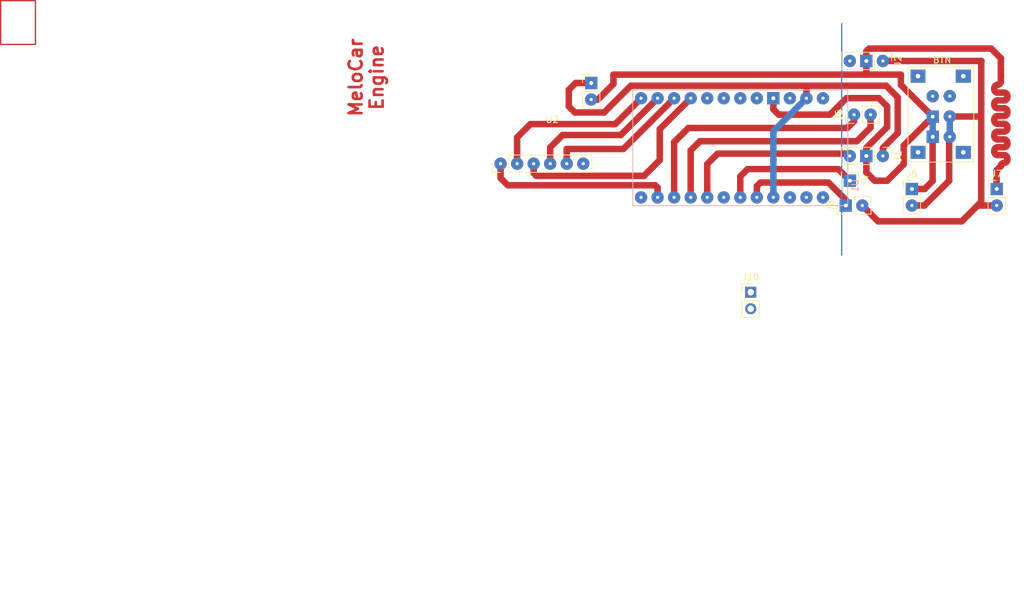
<source format=kicad_pcb>
(kicad_pcb (version 20211014) (generator pcbnew)
  (layers (0 "F.Cu" signal) (31 "B.Cu" signal) (34 "B.Paste" user) (35 "F.Paste" user) (36 "B.SilkS" user "B.Silkscreen") (37 "F.SilkS" user "F.Silkscreen") (38 "B.Mask" user) (39 "F.Mask" user) (44 "Edge.Cuts" user))
  (net 0 "")
  (net 1 "GND")
  (net 2 "+5V")
  (net 13 "Net-(J6-Pad1)")
  (net 14 "Net-(J4-Pad1)")
  (net 15 "+12V")
  (net 16 "Net-(J8-Pad1)")
  (net 17 "Net-(J1-Pad3)")
  (net 18 "Net-(J2-Pad3)")
  (net 19 "Net-(J6-Pad2)")
  (net 21 "Net-(U1-PadJP6_9)")
  (net 22 "Net-(U1-PadJP6_10)")
  (net 23 "Net-(U1-PadJP6_11)")
  (net 24 "Net-(U1-PadJP6_12)")
  (net 25 "Net-(U1-PadJP7_2)")
  (footprint "Connector_PinHeader_2.54mm:PinHeader_1x01_P2.54mm_Vertical" (layer "F.Cu") (at 144.145 43.18 -90)
    (fp_text reference "J4" (at 0 -2.33 90) (layer "F.SilkS"))
    (fp_text value "Accel")
    (fp_line (start -1.33 1.33) (end 1.33 1.33) (layer "F.SilkS") (width 0.12))
    (fp_line (start -1.33 -1.33) (end 0 -1.33) (layer "F.SilkS") (width 0.12))
    (fp_line (start -1.33 1.27) (end 1.33 1.27) (layer "F.SilkS") (width 0.12))
    (fp_line (start -1.33 1.27) (end -1.33 1.33) (layer "F.SilkS") (width 0.12))
    (fp_line (start -1.33 0) (end -1.33 -1.33) (layer "F.SilkS") (width 0.12))
    (fp_line (start 1.33 1.27) (end 1.33 1.33) (layer "F.SilkS") (width 0.12))
    (pad "1" thru_hole rect (at 0 0 270) (size 1.9 1.9) (drill 0.6) (layers *.Cu *.Mask) (net 14 "Net-(J4-Pad1)"))
  )
  (footprint "Connector_PinHeader_2.54mm:PinHeader_1x03_P2.54mm_Vertical" (layer "F.Cu") (at 149.21 39.37 -90)
    (fp_text reference "J1" (at 0 -2.33 90) (layer "F.SilkS"))
    (fp_text value "Led")
    (fp_line (start -1.33 1.27) (end 1.33 1.27) (layer "F.SilkS") (width 0.12))
    (fp_line (start 1.33 1.27) (end 1.33 6.41) (layer "F.SilkS") (width 0.12))
    (fp_line (start -1.33 -1.33) (end 0 -1.33) (layer "F.SilkS") (width 0.12))
    (fp_line (start -1.33 0) (end -1.33 -1.33) (layer "F.SilkS") (width 0.12))
    (fp_line (start -1.33 1.27) (end -1.33 6.41) (layer "F.SilkS") (width 0.12))
    (fp_line (start -1.33 6.41) (end 1.33 6.41) (layer "F.SilkS") (width 0.12))
    (pad "1" thru_hole oval (at 0 0 270) (size 1.9 1.9) (drill 0.5) (layers *.Cu *.Mask) (net 1 "GND"))
    (pad "2" thru_hole rect (at 0 2.54 270) (size 1.9 1.9) (drill 0.6) (layers *.Cu *.Mask) (net 2 "+5V"))
    (pad "3" thru_hole oval (at 0 5.08 270) (size 1.9 1.9) (drill 0.5) (layers *.Cu *.Mask) (net 17 "Net-(J1-Pad3)"))
  )
  (footprint "Connector_PinHeader_2.54mm:PinHeader_1x02_P2.54mm_Vertical" (layer "F.Cu") (at 144.78 33.02 90)
    (fp_text reference "J6" (at 0 -2.33 90) (layer "F.SilkS"))
    (fp_text value "MOTOR-CTRL")
    (fp_line (start 1.33 1.27) (end 1.33 3.87) (layer "F.SilkS") (width 0.12))
    (fp_line (start -1.33 1.27) (end -1.33 3.87) (layer "F.SilkS") (width 0.12))
    (fp_line (start -1.33 0) (end -1.33 -1.33) (layer "F.SilkS") (width 0.12))
    (fp_line (start -1.33 3.87) (end 1.33 3.87) (layer "F.SilkS") (width 0.12))
    (fp_line (start -1.33 -1.33) (end 0 -1.33) (layer "F.SilkS") (width 0.12))
    (fp_line (start -1.33 1.27) (end 1.33 1.27) (layer "F.SilkS") (width 0.12))
    (pad "1" thru_hole oval (at 0 0 90) (size 1.9 1.9) (drill 0.5) (layers *.Cu *.Mask) (net 13 "Net-(J6-Pad1)"))
    (pad "2" thru_hole oval (at 0 2.54 90) (size 1.9 1.9) (drill 0.5) (layers *.Cu *.Mask) (net 19 "Net-(J6-Pad2)"))
  )
  (footprint "Connector_PinHeader_2.54mm:PinHeader_1x02_P2.54mm_Vertical" (layer "F.Cu") (at 128.905 60.32)
    (fp_text reference "J10" (at 0 -2.33) (layer "F.SilkS"))
    (fp_text value "Motor-PWR-IN")
    (fp_line (start -1.33 3.87) (end 1.33 3.87) (layer "F.SilkS") (width 0.12))
    (fp_line (start -1.33 0) (end -1.33 -1.33) (layer "F.SilkS") (width 0.12))
    (fp_line (start -1.33 -1.33) (end 0 -1.33) (layer "F.SilkS") (width 0.12))
    (fp_line (start 1.33 1.27) (end 1.33 3.87) (layer "F.SilkS") (width 0.12))
    (fp_line (start -1.33 1.27) (end -1.33 3.87) (layer "F.SilkS") (width 0.12))
    (fp_line (start -1.33 1.27) (end 1.33 1.27) (layer "F.SilkS") (width 0.12))
    (pad "1" thru_hole rect (at 0 0) (size 1.7 1.7) (drill 1) (layers *.Cu *.Mask) (net 15 "+12V"))
    (pad "2" thru_hole oval (at 0 2.54) (size 1.7 1.7) (drill 1) (layers *.Cu *.Mask) (net 1 "GND"))
  )
  (footprint "Connector_PinHeader_2.54mm:PinHeader_1x02_P2.54mm_Vertical" (layer "F.Cu") (at 153.67 44.445)
    (fp_text reference "J5" (at 0 -2.33) (layer "F.SilkS"))
    (fp_text value "Micro-Power-IN")
    (fp_line (start 1.33 1.27) (end 1.33 3.87) (layer "F.SilkS") (width 0.12))
    (fp_line (start -1.33 3.87) (end 1.33 3.87) (layer "F.SilkS") (width 0.12))
    (fp_line (start -1.33 1.27) (end 1.33 1.27) (layer "F.SilkS") (width 0.12))
    (fp_line (start -1.33 -1.33) (end 0 -1.33) (layer "F.SilkS") (width 0.12))
    (fp_line (start -1.33 0) (end -1.33 -1.33) (layer "F.SilkS") (width 0.12))
    (fp_line (start -1.33 1.27) (end -1.33 3.87) (layer "F.SilkS") (width 0.12))
    (pad "1" thru_hole rect (at 0 0) (size 1.9 1.9) (drill 0.6) (layers *.Cu *.Mask) (net 2 "+5V"))
    (pad "2" thru_hole oval (at 0 2.54) (size 1.9 1.9) (drill 0.5) (layers *.Cu *.Mask) (net 1 "GND"))
  )
  (footprint "Connector_PinHeader_2.54mm:PinHeader_1x02_P2.54mm_Vertical" (layer "F.Cu") (at 143.51 46.99 90)
    (fp_text reference "J8" (at 0 -2.33 90) (layer "F.SilkS"))
    (fp_text value "Horn")
    (fp_line (start -1.33 -1.33) (end 0 -1.33) (layer "F.SilkS") (width 0.12))
    (fp_line (start -1.33 1.27) (end 1.33 1.27) (layer "F.SilkS") (width 0.12))
    (fp_line (start -1.33 1.27) (end -1.33 3.87) (layer "F.SilkS") (width 0.12))
    (fp_line (start 1.33 1.27) (end 1.33 3.87) (layer "F.SilkS") (width 0.12))
    (fp_line (start -1.33 0) (end -1.33 -1.33) (layer "F.SilkS") (width 0.12))
    (fp_line (start -1.33 3.87) (end 1.33 3.87) (layer "F.SilkS") (width 0.12))
    (pad "1" thru_hole rect (at 0 0 90) (size 1.9 1.9) (drill 0.6) (layers *.Cu *.Mask) (net 16 "Net-(J8-Pad1)"))
    (pad "2" thru_hole oval (at 0 2.54 90) (size 1.9 1.9) (drill 0.5) (layers *.Cu *.Mask) (net 1 "GND"))
  )
  (footprint "Connector_PinHeader_2.54mm:PinHeader_1x03_P2.54mm_Vertical" (layer "F.Cu") (at 149.21 24.765 -90)
    (fp_text reference "J2" (at 0 -2.33 90) (layer "F.SilkS"))
    (fp_text value "Servo")
    (fp_line (start -1.33 0) (end -1.33 -1.33) (layer "F.SilkS") (width 0.12))
    (fp_line (start -1.33 1.27) (end -1.33 6.41) (layer "F.SilkS") (width 0.12))
    (fp_line (start -1.33 6.41) (end 1.33 6.41) (layer "F.SilkS") (width 0.12))
    (fp_line (start 1.33 1.27) (end 1.33 6.41) (layer "F.SilkS") (width 0.12))
    (fp_line (start -1.33 -1.33) (end 0 -1.33) (layer "F.SilkS") (width 0.12))
    (fp_line (start -1.33 1.27) (end 1.33 1.27) (layer "F.SilkS") (width 0.12))
    (pad "1" thru_hole oval (at 0 0 270) (size 1.9 1.9) (drill 0.5) (layers *.Cu *.Mask) (net 1 "GND"))
    (pad "2" thru_hole rect (at 0 2.54 270) (size 1.9 1.9) (drill 0.6) (layers *.Cu *.Mask) (net 2 "+5V"))
    (pad "3" thru_hole oval (at 0 5.08 270) (size 1.9 1.9) (drill 0.5) (layers *.Cu *.Mask) (net 18 "Net-(J2-Pad3)"))
  )
  (footprint "Arduino pro mini:NRF24L01" (layer "F.Cu") (at 98.425 34.29)
    (fp_text reference "U2" (at 0 -0.5 unlocked) (layer "F.SilkS"))
    (fp_text value "NRF24L01_Breakout")
    (fp_line (start 4.654 -4.867) (end 7.314 -4.867) (layer "F.SilkS") (width 0.12))
    (fp_line (start -7.933297 7.597626) (end -9.263297 7.597626) (layer "F.SilkS") (width 0.12))
    (fp_line (start 4.654 -2.267) (end 7.314 -2.267) (layer "F.SilkS") (width 0.12))
    (fp_line (start 4.654 -4.867) (end 4.654 -2.267) (layer "F.SilkS") (width 0.12))
    (fp_line (start 4.654 -7.467) (end 5.984 -7.467) (layer "F.SilkS") (width 0.12))
    (fp_line (start 6.096703 7.597626) (end 6.096703 4.937626) (layer "F.SilkS") (width 0.12))
    (fp_line (start 4.654 -6.137) (end 4.654 -7.467) (layer "F.SilkS") (width 0.12))
    (fp_line (start -9.263297 7.597626) (end -9.263297 6.267626) (layer "F.SilkS") (width 0.12))
    (fp_line (start 7.314 -4.867) (end 7.314 -2.267) (layer "F.SilkS") (width 0.12))
    (fp_line (start -6.663297 4.937626) (end 6.096703 4.937626) (layer "F.SilkS") (width 0.12))
    (fp_line (start -6.663297 7.597626) (end -6.663297 4.937626) (layer "F.SilkS") (width 0.12))
    (fp_line (start -6.663297 7.597626) (end 6.096703 7.597626) (layer "F.SilkS") (width 0.12))
    (pad "1" thru_hole rect (at 5.984 -6.137) (size 1.9 1.9) (drill 0.6) (layers *.Cu *.Mask) (net 1 "GND"))
    (pad "2" thru_hole oval (at 5.984 -3.597) (size 1.9 1.9) (drill 0.5) (layers *.Cu *.Mask) (net 2 "+5V"))
    (pad "3" thru_hole oval (at -7.933297 6.267626 90) (size 1.9 1.9) (drill 0.5) (layers *.Cu *.Mask) (net 25 "Net-(U1-PadJP7_2)"))
    (pad "4" thru_hole oval (at -5.393297 6.267626 90) (size 1.9 1.9) (drill 0.5) (layers *.Cu *.Mask) (net 24 "Net-(U1-PadJP6_12)"))
    (pad "5" thru_hole oval (at -2.853297 6.267626 90) (size 1.9 1.9) (drill 0.5) (layers *.Cu *.Mask) (net 21 "Net-(U1-PadJP6_9)"))
    (pad "6" thru_hole oval (at -0.313297 6.267626 90) (size 1.9 1.9) (drill 0.5) (layers *.Cu *.Mask) (net 23 "Net-(U1-PadJP6_11)"))
    (pad "7" thru_hole oval (at 2.226703 6.267626 90) (size 1.9 1.9) (drill 0.5) (layers *.Cu *.Mask) (net 22 "Net-(U1-PadJP6_10)"))
    (pad "8" thru_hole oval (at 4.766703 6.267626 90) (size 1.9 1.9) (drill 0.5) (layers *.Cu *.Mask))
  )
  (footprint "Connector_PinHeader_2.54mm:PushButton_6_pin" (layer "F.Cu") (at 154.562 27.223)
    (fp_text reference "BTN" (at 3.74 -2.618) (layer "F.SilkS"))
    (fp_text value "Power_btn")
    (fp_line (start -1.491194 -1.496) (end 8.602 -1.496) (layer "F.SilkS") (width 0.12))
    (fp_line (start -1.491194 13.09) (end 8.602 13.09) (layer "F.SilkS") (width 0.12))
    (fp_line (start 8.602 -1.496) (end 8.602 13.09) (layer "F.SilkS") (width 0.12))
    (fp_line (start -1.491194 -1.496) (end -1.491194 13.09) (layer "F.SilkS") (width 0.12))
    (pad "" thru_hole rect (at 0.043736 11.586152) (size 2.3 2) (drill 0.7) (layers *.Cu *.Mask))
    (pad "" thru_hole rect (at 0.03893 -0.118391) (size 2.3 2) (drill 0.7) (layers *.Cu *.Mask))
    (pad "" thru_hole rect (at 7.000509 11.59419) (size 2.3 2) (drill 0.7) (layers *.Cu *.Mask))
    (pad "" thru_hole rect (at 7.000509 -0.118391) (size 2.3 2) (drill 0.7) (layers *.Cu *.Mask))
    (pad "1" thru_hole oval (at 2.294688 2.967779) (size 1.9 1.9) (drill 0.5) (layers *.Cu *.Mask))
    (pad "2" thru_hole oval (at 4.918896 2.948554) (size 1.9 1.9) (drill 0.5) (layers *.Cu *.Mask))
    (pad "3" thru_hole rect (at 2.29506 6.097205) (size 1.9 1.9) (drill 0.6) (layers *.Cu *.Mask) (net 2 "+5V"))
    (pad "4" thru_hole oval (at 4.919268 6.07798) (size 1.9 1.9) (drill 0.5) (layers *.Cu *.Mask) (net 1 "GND"))
    (pad "5" thru_hole rect (at 2.30164 9.207406) (size 1.9 1.9) (drill 0.6) (layers *.Cu *.Mask) (net 2 "+5V"))
    (pad "6" thru_hole oval (at 4.91964 9.207406) (size 1.9 1.9) (drill 0.5) (layers *.Cu *.Mask) (net 1 "GND"))
  )
  (footprint "Connector_PinHeader_2.54mm:PinHeader_1x02_P2.54mm_Vertical" (layer "F.Cu") (at 166.69 44.445)
    (fp_text reference "J7" (at 0 -2.33) (layer "F.SilkS"))
    (fp_text value "MOTOR-PWR-OUT")
    (fp_line (start 1.33 1.27) (end 1.33 3.87) (layer "F.SilkS") (width 0.12))
    (fp_line (start -1.33 1.27) (end 1.33 1.27) (layer "F.SilkS") (width 0.12))
    (fp_line (start -1.33 1.27) (end -1.33 3.87) (layer "F.SilkS") (width 0.12))
    (fp_line (start -1.33 0) (end -1.33 -1.33) (layer "F.SilkS") (width 0.12))
    (fp_line (start -1.33 3.87) (end 1.33 3.87) (layer "F.SilkS") (width 0.12))
    (fp_line (start -1.33 -1.33) (end 0 -1.33) (layer "F.SilkS") (width 0.12))
    (pad "1" thru_hole rect (at 0 0) (size 1.9 1.9) (drill 0.6) (layers *.Cu *.Mask) (net 2 "+5V"))
    (pad "2" thru_hole oval (at 0 2.54) (size 1.9 1.9) (drill 0.5) (layers *.Cu *.Mask) (net 1 "GND"))
  )
  (footprint "Arduino pro mini:MODULE_ARDUINO_PRO_MINI" (layer "B.Cu") (at 127.306716 38.120214 90)
    (fp_text reference "U1" (at -5.825 17.635 90) (layer "B.SilkS") (effects (justify mirror)))
    (fp_text value "ARDUINO_PRO_MINI")
    (fp_line (start -8.89 16.51) (end -8.89 -16.51) (layer "B.SilkS") (width 0.127))
    (fp_line (start 8.89 -16.51) (end 8.89 16.51) (layer "B.SilkS") (width 0.127))
    (fp_line (start 8.89 16.51) (end -8.89 16.51) (layer "B.SilkS") (width 0.127))
    (fp_line (start -8.89 -16.51) (end 8.89 -16.51) (layer "B.SilkS") (width 0.127))
    (pad "JP6_1" thru_hole oval (at 7.62 12.7 90) (size 1.9 1.9) (drill 0.5) (layers *.Cu *.Mask))
    (pad "JP6_2" thru_hole oval (at 7.62 10.16 90) (size 1.9 1.9) (drill 0.5) (layers *.Cu *.Mask) (net 1 "GND"))
    (pad "JP6_3" thru_hole oval (at 7.62 7.62 90) (size 1.9 1.9) (drill 0.5) (layers *.Cu *.Mask))
    (pad "JP6_4" thru_hole rect (at 7.62 5.08 90) (size 1.9 1.9) (drill 0.6) (layers *.Cu *.Mask) (net 2 "+5V"))
    (pad "JP6_5" thru_hole oval (at 7.62 2.54 90) (size 1.9 1.9) (drill 0.5) (layers *.Cu *.Mask))
    (pad "JP6_6" thru_hole oval (at 7.62 0 90) (size 1.9 1.9) (drill 0.5) (layers *.Cu *.Mask))
    (pad "JP6_7" thru_hole oval (at 7.62 -2.54 90) (size 1.9 1.9) (drill 0.5) (layers *.Cu *.Mask))
    (pad "JP6_8" thru_hole oval (at 7.62 -5.08 90) (size 1.9 1.9) (drill 0.5) (layers *.Cu *.Mask))
    (pad "JP6_9" thru_hole oval (at 7.62 -7.62 90) (size 1.9 1.9) (drill 0.5) (layers *.Cu *.Mask) (net 21 "Net-(U1-PadJP6_9)"))
    (pad "JP6_10" thru_hole oval (at 7.62 -10.16 90) (size 1.9 1.9) (drill 0.5) (layers *.Cu *.Mask) (net 22 "Net-(U1-PadJP6_10)"))
    (pad "JP6_11" thru_hole oval (at 7.62 -12.7 90) (size 1.9 1.9) (drill 0.5) (layers *.Cu *.Mask) (net 23 "Net-(U1-PadJP6_11)"))
    (pad "JP6_12" thru_hole oval (at 7.62 -15.24 90) (size 1.9 1.9) (drill 0.5) (layers *.Cu *.Mask) (net 24 "Net-(U1-PadJP6_12)"))
    (pad "JP7_1" thru_hole oval (at -7.62 -15.24 90) (size 1.9 1.9) (drill 0.5) (layers *.Cu *.Mask) (net 18 "Net-(J2-Pad3)"))
    (pad "JP7_2" thru_hole oval (at -7.62 -12.7 90) (size 1.9 1.9) (drill 0.5) (layers *.Cu *.Mask) (net 25 "Net-(U1-PadJP7_2)"))
    (pad "JP7_3" thru_hole oval (at -7.62 -10.16 90) (size 1.9 1.9) (drill 0.5) (layers *.Cu *.Mask) (net 13 "Net-(J6-Pad1)"))
    (pad "JP7_4" thru_hole oval (at -7.62 -7.62 90) (size 1.9 1.9) (drill 0.5) (layers *.Cu *.Mask) (net 19 "Net-(J6-Pad2)"))
    (pad "JP7_5" thru_hole oval (at -7.62 -5.08 90) (size 1.9 1.9) (drill 0.5) (layers *.Cu *.Mask) (net 17 "Net-(J1-Pad3)"))
    (pad "JP7_6" thru_hole oval (at -7.62 -2.54 90) (size 1.9 1.9) (drill 0.5) (layers *.Cu *.Mask))
    (pad "JP7_7" thru_hole oval (at -7.62 0 90) (size 1.9 1.9) (drill 0.5) (layers *.Cu *.Mask) (net 14 "Net-(J4-Pad1)"))
    (pad "JP7_8" thru_hole oval (at -7.62 2.54 90) (size 1.9 1.9) (drill 0.5) (layers *.Cu *.Mask) (net 16 "Net-(J8-Pad1)"))
    (pad "JP7_9" thru_hole oval (at -7.62 5.08 90) (size 1.9 1.9) (drill 0.5) (layers *.Cu *.Mask) (net 1 "GND"))
    (pad "JP7_10" thru_hole oval (at -7.62 7.62 90) (size 1.9 1.9) (drill 0.5) (layers *.Cu *.Mask))
    (pad "JP7_11" thru_hole oval (at -7.62 10.16 90) (size 1.9 1.9) (drill 0.5) (layers *.Cu *.Mask))
    (pad "JP7_12" thru_hole oval (at -7.62 12.7 90) (size 1.9 1.9) (drill 0.5) (layers *.Cu *.Mask))
  )
  (gr_rect (start 13.705263 15.495155) (end 19.05 22.225) (layer "F.Cu") (width 0.2) (fill none))
  (gr_line (start 142.875 19.05) (end 142.875 54.61) (layer "B.Cu") (width 0.2))
  (gr_text "MeloCar\nEngine" (at 69.85 27.305 90) (layer "F.Cu") (effects (font (size 2 2) (thickness 0.4))))
  (segment (start 151.481396 30.352913) (end 151.481396 35.859982) (width 1) (layer "F.Cu") (net 1))
  (segment (start 155.58 46.985) (end 159.385 43.18) (width 1) (layer "F.Cu") (net 1))
  (segment (start 159.481268 33.30098) (end 164.18402 33.30098) (width 1) (layer "F.Cu") (net 1))
  (segment (start 106.378442 32.686558) (end 110.49 28.575) (width 1) (layer "F.Cu") (net 1))
  (segment (start 164.313276 24.790624) (end 164.3389 24.765) (width 1) (layer "F.Cu") (net 1))
  (segment (start 137.466716 28.881716) (end 137.16 28.575) (width 1) (layer "F.Cu") (net 1))
  (segment (start 104.409 28.153) (end 102.022 28.153) (width 1) (layer "F.Cu") (net 1))
  (segment (start 102.022 28.153) (end 100.965 29.21) (width 1) (layer "F.Cu") (net 1))
  (segment (start 110.49 28.575) (end 137.16 28.575) (width 1) (layer "F.Cu") (net 1))
  (segment (start 151.481396 35.859982) (end 149.21 38.131378) (width 1) (layer "F.Cu") (net 1))
  (segment (start 100.965 31.75) (end 101.901558 32.686558) (width 1) (layer "F.Cu") (net 1))
  (segment (start 149.703483 28.575) (end 151.481396 30.352913) (width 1) (layer "F.Cu") (net 1))
  (segment (start 163.790241 46.950241) (end 164.313276 46.427206) (width 1) (layer "F.Cu") (net 1))
  (segment (start 164.313276 46.427206) (end 164.313276 33.171724) (width 1) (layer "F.Cu") (net 1))
  (segment (start 163.835 46.985) (end 163.83 46.99) (width 1) (layer "F.Cu") (net 1))
  (segment (start 146.05 46.99) (end 148.474601 49.414601) (width 1) (layer "F.Cu") (net 1))
  (segment (start 100.965 29.21) (end 100.965 31.75) (width 1) (layer "F.Cu") (net 1))
  (segment (start 164.18402 33.30098) (end 164.313276 33.171724) (width 1) (layer "F.Cu") (net 1))
  (segment (start 159.385 43.18) (end 159.385 36.527046) (width 1) (layer "F.Cu") (net 1))
  (segment (start 161.325881 49.414601) (end 163.790241 46.950241) (width 1) (layer "F.Cu") (net 1))
  (segment (start 164.313276 33.171724) (end 164.313276 24.790624) (width 1) (layer "F.Cu") (net 1))
  (segment (start 149.21 38.131378) (end 149.21 39.37) (width 1) (layer "F.Cu") (net 1))
  (segment (start 137.16 28.575) (end 149.703483 28.575) (width 1) (layer "F.Cu") (net 1))
  (segment (start 148.474601 49.414601) (end 161.325881 49.414601) (width 1) (layer "F.Cu") (net 1))
  (segment (start 101.901558 32.686558) (end 106.378442 32.686558) (width 1) (layer "F.Cu") (net 1))
  (segment (start 164.3389 24.765) (end 149.21 24.765) (width 1) (layer "F.Cu") (net 1))
  (segment (start 166.69 46.985) (end 163.835 46.985) (width 1) (layer "F.Cu") (net 1))
  (segment (start 137.466716 30.500214) (end 137.466716 28.881716) (width 1) (layer "F.Cu") (net 1))
  (segment (start 163.825 46.985) (end 163.790241 46.950241) (width 1) (layer "F.Cu") (net 1))
  (segment (start 153.67 46.985) (end 155.58 46.985) (width 1) (layer "F.Cu") (net 1))
  (segment (start 132.386716 45.740214) (end 132.386716 35.580214) (width 1) (layer "B.Cu") (net 1))
  (segment (start 159.48164 36.430406) (end 159.48164 33.301352) (width 1) (layer "B.Cu") (net 1))
  (segment (start 132.386716 35.580214) (end 137.466716 30.500214) (width 1) (layer "B.Cu") (net 1))
  (segment (start 149.86 34.925) (end 146.67 38.115) (width 1) (layer "F.Cu") (net 2))
  (segment (start 146.67 38.115) (end 146.67 39.37) (width 1) (layer "F.Cu") (net 2))
  (segment (start 167.330254 24.348894) (end 165.84136 22.86) (width 1) (layer "F.Cu") (net 2))
  (segment (start 167.334305 27.19764) (end 167.334305 25.937945) (width 1) (layer "F.Cu") (net 2))
  (segment (start 132.386716 32.195872) (end 133.210844 33.02) (width 1) (layer "F.Cu") (net 2))
  (segment (start 166.325 31.33) (end 166.325 31.53) (width 1) (layer "F.Cu") (net 2))
  (segment (start 141.088464 33.02) (end 143.628464 30.48) (width 1) (layer "F.Cu") (net 2))
  (segment (start 167.825 38.03) (end 166.825 38.03) (width 1) (layer "F.Cu") (net 2))
  (segment (start 151.968961 26.866106) (end 151.968961 28.432106) (width 1) (layer "F.Cu") (net 2))
  (segment (start 166.325 36.13) (end 166.325 36.33) (width 1) (layer "F.Cu") (net 2))
  (segment (start 167.325 40.93) (end 166.669723 41.585277) (width 1) (layer "F.Cu") (net 2))
  (segment (start 166.825 39.23) (end 167.825 39.23) (width 1) (layer "F.Cu") (net 2))
  (segment (start 167.325 27.032872) (end 167.325 27.93) (width 1) (layer "F.Cu") (net 2))
  (segment (start 147.076136 22.86) (end 146.67 23.266136) (width 1) (layer "F.Cu") (net 2))
  (segment (start 105.437365 30.693) (end 107.82515 28.305215) (width 1) (layer "F.Cu") (net 2))
  (segment (start 146.67 39.37) (end 146.67 41.895) (width 1) (layer "F.Cu") (net 2))
  (segment (start 167.330254 26.235797) (end 167.330254 24.348894) (width 1) (layer "F.Cu") (net 2))
  (segment (start 168.325 34.93) (end 168.325 35.13) (width 1) (layer "F.Cu") (net 2))
  (segment (start 166.325 28.93) (end 166.325 29.13) (width 1) (layer "F.Cu") (net 2))
  (segment (start 104.409 30.693) (end 105.437365 30.693) (width 1) (layer "F.Cu") (net 2))
  (segment (start 146.67 41.895) (end 147.955 43.18) (width 1) (layer "F.Cu") (net 2))
  (segment (start 165.84136 22.86) (end 147.076136 22.86) (width 1) (layer "F.Cu") (net 2))
  (segment (start 166.325 38.53) (end 166.325 38.73) (width 1) (layer "F.Cu") (net 2))
  (segment (start 146.881106 26.866106) (end 151.968961 26.866106) (width 1) (layer "F.Cu") (net 2))
  (segment (start 167.825 33.23) (end 166.825 33.23) (width 1) (layer "F.Cu") (net 2))
  (segment (start 152.4 40.64) (end 152.4 37.777265) (width 1) (layer "F.Cu") (net 2))
  (segment (start 166.825 36.83) (end 167.825 36.83) (width 1) (layer "F.Cu") (net 2))
  (segment (start 166.825 29.63) (end 167.825 29.63) (width 1) (layer "F.Cu") (net 2))
  (segment (start 143.628464 30.48) (end 148.59 30.48) (width 1) (layer "F.Cu") (net 2))
  (segment (start 166.825 32.03) (end 167.825 32.03) (width 1) (layer "F.Cu") (net 2))
  (segment (start 133.210844 33.02) (end 141.088464 33.02) (width 1) (layer "F.Cu") (net 2))
  (segment (start 168.325 37.33) (end 168.325 37.53) (width 1) (layer "F.Cu") (net 2))
  (segment (start 167.825 35.63) (end 166.825 35.63) (width 1) (layer "F.Cu") (net 2))
  (segment (start 107.82515 26.866106) (end 146.488894 26.866106) (width 1) (layer "F.Cu") (net 2))
  (segment (start 149.86 43.18) (end 152.4 40.64) (width 1) (layer "F.Cu") (net 2))
  (segment (start 146.67 26.685) (end 146.488894 26.866106) (width 1) (layer "F.Cu") (net 2))
  (segment (start 168.325 39.73) (end 168.325 39.93) (width 1) (layer "F.Cu") (net 2))
  (segment (start 168.325 30.13) (end 168.325 30.33) (width 1) (layer "F.Cu") (net 2))
  (segment (start 132.386716 30.500214) (end 132.386716 32.195872) (width 1) (layer "F.Cu") (net 2))
  (segment (start 152.4 37.777265) (end 156.85706 33.320205) (width 1) (layer "F.Cu") (net 2))
  (segment (start 156.845 43.22) (end 156.845 36.449046) (width 1) (layer "F.Cu") (net 2))
  (segment (start 167.825 30.83) (end 166.825 30.83) (width 1) (layer "F.Cu") (net 2))
  (segment (start 149.86 31.75) (end 149.86 34.925) (width 1) (layer "F.Cu") (net 2))
  (segment (start 166.325 33.73) (end 166.325 33.93) (width 1) (layer "F.Cu") (net 2))
  (segment (start 146.67 24.765) (end 146.67 26.685) (width 1) (layer "F.Cu") (net 2))
  (segment (start 107.82515 28.305215) (end 107.82515 26.866106) (width 1) (layer "F.Cu") (net 2))
  (segment (start 146.488894 26.866106) (end 146.881106 26.866106) (width 1) (layer "F.Cu") (net 2))
  (segment (start 151.968961 28.432106) (end 156.85706 33.320205) (width 1) (layer "F.Cu") (net 2))
  (segment (start 166.825 34.43) (end 167.825 34.43) (width 1) (layer "F.Cu") (net 2))
  (segment (start 153.67 44.445) (end 155.62 44.445) (width 1) (layer "F.Cu") (net 2))
  (segment (start 146.67 23.266136) (end 146.67 24.765) (width 1) (layer "F.Cu") (net 2))
  (segment (start 147.955 43.18) (end 149.86 43.18) (width 1) (layer "F.Cu") (net 2))
  (segment (start 148.59 30.48) (end 149.86 31.75) (width 1) (layer "F.Cu") (net 2))
  (segment (start 168.325 32.53) (end 168.325 32.73) (width 1) (layer "F.Cu") (net 2))
  (segment (start 166.669723 41.585277) (end 166.669723 44.424723) (width 1) (layer "F.Cu") (net 2))
  (segment (start 155.62 44.445) (end 156.845 43.22) (width 1) (layer "F.Cu") (net 2))
  (arc (start 167.825 29.63) (mid 168.178553 29.776447) (end 168.325 30.13) (width 1) (layer "F.Cu") (net 2))
  (arc (start 166.825 30.83) (mid 166.471447 30.976447) (end 166.325 31.33) (width 1) (layer "F.Cu") (net 2))
  (arc (start 167.825 40.43) (mid 167.471447 40.576447) (end 167.325 40.93) (width 1) (layer "F.Cu") (net 2))
  (arc (start 167.825 34.43) (mid 168.178553 34.576447) (end 168.325 34.93) (width 1) (layer "F.Cu") (net 2))
  (arc (start 167.825 39.23) (mid 168.178553 39.376447) (end 168.325 39.73) (width 1) (layer "F.Cu") (net 2))
  (arc (start 167.825 32.03) (mid 168.178553 32.176447) (end 168.325 32.53) (width 1) (layer "F.Cu") (net 2))
  (arc (start 168.325 37.53) (mid 168.178553 37.883553) (end 167.825 38.03) (width 1) (layer "F.Cu") (net 2))
  (arc (start 166.825 33.23) (mid 166.471447 33.376447) (end 166.325 33.73) (width 1) (layer "F.Cu") (net 2))
  (arc (start 167.325 27.93) (mid 167.178553 28.283553) (end 166.825 28.43) (width 1) (layer "F.Cu") (net 2))
  (arc (start 166.325 36.33) (mid 166.471447 36.683553) (end 166.825 36.83) (width 1) (layer "F.Cu") (net 2))
  (arc (start 166.325 38.73) (mid 166.471447 39.083553) (end 166.825 39.23) (width 1) (layer "F.Cu") (net 2))
  (arc (start 166.325 31.53) (mid 166.471447 31.883553) (end 166.825 32.03) (width 1) (layer "F.Cu") (net 2))
  (arc (start 168.325 35.13) (mid 168.178553 35.483553) (end 167.825 35.63) (width 1) (layer "F.Cu") (net 2))
  (arc (start 168.325 39.93) (mid 168.178553 40.283553) (end 167.825 40.43) (width 1) (layer "F.Cu") (net 2))
  (arc (start 166.825 28.43) (mid 166.471447 28.576447) (end 166.325 28.93) (width 1) (layer "F.Cu") (net 2))
  (arc (start 166.825 35.63) (mid 166.471447 35.776447) (end 166.325 36.13) (width 1) (layer "F.Cu") (net 2))
  (arc (start 166.325 33.93) (mid 166.471447 34.283553) (end 166.825 34.43) (width 1) (layer "F.Cu") (net 2))
  (arc (start 166.325 29.13) (mid 166.471447 29.483553) (end 166.825 29.63) (width 1) (layer "F.Cu") (net 2))
  (arc (start 167.825 36.83) (mid 168.178553 36.976447) (end 168.325 37.33) (width 1) (layer "F.Cu") (net 2))
  (arc (start 166.825 38.03) (mid 166.471447 38.176447) (end 166.325 38.53) (width 1) (layer "F.Cu") (net 2))
  (arc (start 168.325 32.73) (mid 168.178553 33.083553) (end 167.825 33.23) (width 1) (layer "F.Cu") (net 2))
  (arc (start 168.325 30.33) (mid 168.178553 30.683553) (end 167.825 30.83) (width 1) (layer "F.Cu") (net 2))
  (segment (start 156.85706 33.320205) (end 156.85706 36.423826) (width 1) (layer "B.Cu") (net 2))
  (segment (start 119.327522 35.068471) (end 143.742246 35.068471) (width 1) (layer "F.Cu") (net 13))
  (segment (start 143.742246 35.068471) (end 144.78 34.030717) (width 1) (layer "F.Cu") (net 13))
  (segment (start 117.146716 45.740214) (end 117.146716 37.249277) (width 1) (layer "F.Cu") (net 13))
  (segment (start 144.78 34.030717) (end 144.78 33.02) (width 1) (layer "F.Cu") (net 13))
  (segment (start 117.146716 37.249277) (end 119.327522 35.068471) (width 1) (layer "F.Cu") (net 13))
  (segment (start 127.306716 42.512498) (end 128.427512 41.391702) (width 1) (layer "F.Cu") (net 14))
  (segment (start 142.356702 41.391702) (end 144.145 43.18) (width 1) (layer "F.Cu") (net 14))
  (segment (start 128.427512 41.391702) (end 142.356702 41.391702) (width 1) (layer "F.Cu") (net 14))
  (segment (start 127.306716 45.740214) (end 127.306716 42.512498) (width 1) (layer "F.Cu") (net 14))
  (segment (start 143.51 46.118825) (end 143.51 46.99) (width 1) (layer "F.Cu") (net 16))
  (segment (start 129.846716 44.013871) (end 130.406373 43.454214) (width 1) (layer "F.Cu") (net 16))
  (segment (start 140.845389 43.454214) (end 143.51 46.118825) (width 1) (layer "F.Cu") (net 16))
  (segment (start 130.406373 43.454214) (end 140.845389 43.454214) (width 1) (layer "F.Cu") (net 16))
  (segment (start 129.846716 45.740214) (end 129.846716 44.013871) (width 1) (layer "F.Cu") (net 16))
  (segment (start 144.13 39.37) (end 143.769214 39.009214) (width 1) (layer "F.Cu") (net 17))
  (segment (start 122.226716 40.607498) (end 122.226716 45.740214) (width 1) (layer "F.Cu") (net 17))
  (segment (start 123.825 39.009214) (end 122.226716 40.607498) (width 1) (layer "F.Cu") (net 17))
  (segment (start 143.769214 39.009214) (end 123.825 39.009214) (width 1) (layer "F.Cu") (net 17))
  (segment (start 121.106478 37.104214) (end 145.203732 37.104214) (width 1) (layer "F.Cu") (net 19))
  (segment (start 119.686716 45.740214) (end 119.686716 38.523976) (width 1) (layer "F.Cu") (net 19))
  (segment (start 147.32 34.987946) (end 147.32 33.02) (width 1) (layer "F.Cu") (net 19))
  (segment (start 119.686716 38.523976) (end 121.106478 37.104214) (width 1) (layer "F.Cu") (net 19))
  (segment (start 145.203732 37.104214) (end 147.32 34.987946) (width 1) (layer "F.Cu") (net 19))
  (segment (start 112.517377 42.422623) (end 114.935 40.005) (width 1) (layer "F.Cu") (net 21))
  (segment (start 95.98648 42.422623) (end 112.517377 42.422623) (width 1) (layer "F.Cu") (net 21))
  (segment (start 95.571703 40.557626) (end 95.571703 42.007846) (width 1) (layer "F.Cu") (net 21))
  (segment (start 95.571703 42.007846) (end 95.98648 42.422623) (width 1) (layer "F.Cu") (net 21))
  (segment (start 114.935 40.005) (end 114.935 35.25193) (width 1) (layer "F.Cu") (net 21))
  (segment (start 114.935 35.25193) (end 119.686716 30.500214) (width 1) (layer "F.Cu") (net 21))
  (segment (start 109.351047 38.295883) (end 100.651703 38.295883) (width 1) (layer "F.Cu") (net 22))
  (segment (start 100.651703 38.295883) (end 100.651703 40.557626) (width 1) (layer "F.Cu") (net 22))
  (segment (start 117.146716 30.500214) (end 109.351047 38.295883) (width 1) (layer "F.Cu") (net 22))
  (segment (start 100.017154 36.148362) (end 98.111703 38.053813) (width 1) (layer "F.Cu") (net 23))
  (segment (start 98.111703 38.053813) (end 98.111703 40.557626) (width 1) (layer "F.Cu") (net 23))
  (segment (start 114.606716 30.500214) (end 108.958568 36.148362) (width 1) (layer "F.Cu") (net 23))
  (segment (start 108.958568 36.148362) (end 100.017154 36.148362) (width 1) (layer "F.Cu") (net 23))
  (segment (start 95.06847 34.47153) (end 93.031703 36.508297) (width 1) (layer "F.Cu") (net 24))
  (segment (start 93.031703 36.508297) (end 93.031703 40.557626) (width 1) (layer "F.Cu") (net 24))
  (segment (start 108.0954 34.47153) (end 95.06847 34.47153) (width 1) (layer "F.Cu") (net 24))
  (segment (start 112.066716 30.500214) (end 108.0954 34.47153) (width 1) (layer "F.Cu") (net 24))
  (segment (start 91.584872 43.875217) (end 114.236812 43.875217) (width 1) (layer "F.Cu") (net 25))
  (segment (start 90.491703 40.557626) (end 90.491703 42.782048) (width 1) (layer "F.Cu") (net 25))
  (segment (start 114.236812 43.875217) (end 114.606716 44.245121) (width 1) (layer "F.Cu") (net 25))
  (segment (start 114.606716 44.245121) (end 114.606716 45.740214) (width 1) (layer "F.Cu") (net 25))
  (segment (start 90.491703 42.782048) (end 91.584872 43.875217) (width 1) (layer "F.Cu") (net 25))
)
</source>
